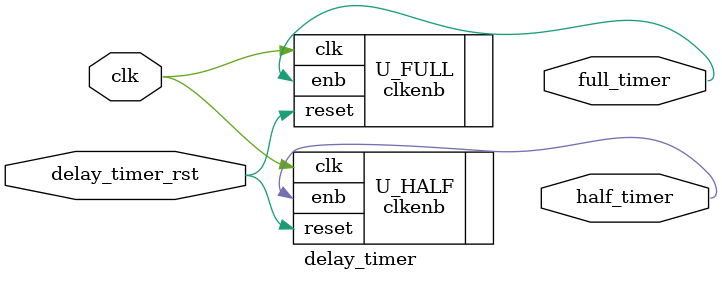
<source format=sv>
`timescale 1ns / 1ps


module delay_timer #(parameter BAUD_RATE = 9600)(
		input logic clk, delay_timer_rst,
		output logic half_timer, full_timer
    );
    
    clkenb #(.DIVFREQ(BAUD_RATE*2)) U_HALF (.clk, .enb(half_timer), .reset(delay_timer_rst));
    clkenb #(.DIVFREQ(BAUD_RATE)) 	U_FULL (.clk, .enb(full_timer), .reset(delay_timer_rst));
    
endmodule

</source>
